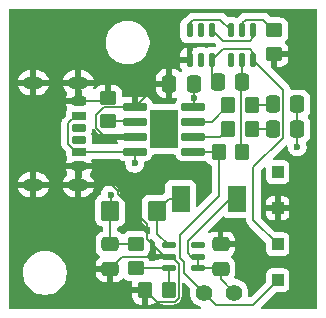
<source format=gbr>
%TF.GenerationSoftware,KiCad,Pcbnew,9.0.3*%
%TF.CreationDate,2025-11-25T19:37:03-05:00*%
%TF.ProjectId,Wren,5772656e-2e6b-4696-9361-645f70636258,rev?*%
%TF.SameCoordinates,Original*%
%TF.FileFunction,Copper,L1,Top*%
%TF.FilePolarity,Positive*%
%FSLAX46Y46*%
G04 Gerber Fmt 4.6, Leading zero omitted, Abs format (unit mm)*
G04 Created by KiCad (PCBNEW 9.0.3) date 2025-11-25 19:37:03*
%MOMM*%
%LPD*%
G01*
G04 APERTURE LIST*
G04 Aperture macros list*
%AMRoundRect*
0 Rectangle with rounded corners*
0 $1 Rounding radius*
0 $2 $3 $4 $5 $6 $7 $8 $9 X,Y pos of 4 corners*
0 Add a 4 corners polygon primitive as box body*
4,1,4,$2,$3,$4,$5,$6,$7,$8,$9,$2,$3,0*
0 Add four circle primitives for the rounded corners*
1,1,$1+$1,$2,$3*
1,1,$1+$1,$4,$5*
1,1,$1+$1,$6,$7*
1,1,$1+$1,$8,$9*
0 Add four rect primitives between the rounded corners*
20,1,$1+$1,$2,$3,$4,$5,0*
20,1,$1+$1,$4,$5,$6,$7,0*
20,1,$1+$1,$6,$7,$8,$9,0*
20,1,$1+$1,$8,$9,$2,$3,0*%
G04 Aperture macros list end*
%TA.AperFunction,SMDPad,CuDef*%
%ADD10RoundRect,0.075000X-0.910000X-0.225000X0.910000X-0.225000X0.910000X0.225000X-0.910000X0.225000X0*%
%TD*%
%TA.AperFunction,SMDPad,CuDef*%
%ADD11R,2.413000X3.302000*%
%TD*%
%TA.AperFunction,SMDPad,CuDef*%
%ADD12RoundRect,0.143397X-0.616603X-0.696603X0.616603X-0.696603X0.616603X0.696603X-0.616603X0.696603X0*%
%TD*%
%TA.AperFunction,SMDPad,CuDef*%
%ADD13RoundRect,0.250000X0.337500X0.475000X-0.337500X0.475000X-0.337500X-0.475000X0.337500X-0.475000X0*%
%TD*%
%TA.AperFunction,SMDPad,CuDef*%
%ADD14RoundRect,0.250000X-0.475000X0.337500X-0.475000X-0.337500X0.475000X-0.337500X0.475000X0.337500X0*%
%TD*%
%TA.AperFunction,SMDPad,CuDef*%
%ADD15RoundRect,0.175000X-0.425000X0.175000X-0.425000X-0.175000X0.425000X-0.175000X0.425000X0.175000X0*%
%TD*%
%TA.AperFunction,SMDPad,CuDef*%
%ADD16RoundRect,0.190000X0.410000X-0.190000X0.410000X0.190000X-0.410000X0.190000X-0.410000X-0.190000X0*%
%TD*%
%TA.AperFunction,SMDPad,CuDef*%
%ADD17RoundRect,0.200000X0.400000X-0.200000X0.400000X0.200000X-0.400000X0.200000X-0.400000X-0.200000X0*%
%TD*%
%TA.AperFunction,SMDPad,CuDef*%
%ADD18RoundRect,0.175000X0.425000X-0.175000X0.425000X0.175000X-0.425000X0.175000X-0.425000X-0.175000X0*%
%TD*%
%TA.AperFunction,SMDPad,CuDef*%
%ADD19RoundRect,0.190000X-0.410000X0.190000X-0.410000X-0.190000X0.410000X-0.190000X0.410000X0.190000X0*%
%TD*%
%TA.AperFunction,SMDPad,CuDef*%
%ADD20RoundRect,0.200000X-0.400000X0.200000X-0.400000X-0.200000X0.400000X-0.200000X0.400000X0.200000X0*%
%TD*%
%TA.AperFunction,HeatsinkPad*%
%ADD21O,1.700000X1.100000*%
%TD*%
%TA.AperFunction,SMDPad,CuDef*%
%ADD22RoundRect,0.250000X-0.337500X-0.475000X0.337500X-0.475000X0.337500X0.475000X-0.337500X0.475000X0*%
%TD*%
%TA.AperFunction,SMDPad,CuDef*%
%ADD23RoundRect,0.147500X-0.457500X-0.147500X0.457500X-0.147500X0.457500X0.147500X-0.457500X0.147500X0*%
%TD*%
%TA.AperFunction,SMDPad,CuDef*%
%ADD24RoundRect,0.250000X0.350000X0.450000X-0.350000X0.450000X-0.350000X-0.450000X0.350000X-0.450000X0*%
%TD*%
%TA.AperFunction,SMDPad,CuDef*%
%ADD25RoundRect,0.147500X0.147500X-0.457500X0.147500X0.457500X-0.147500X0.457500X-0.147500X-0.457500X0*%
%TD*%
%TA.AperFunction,SMDPad,CuDef*%
%ADD26RoundRect,0.250000X-0.350000X-0.450000X0.350000X-0.450000X0.350000X0.450000X-0.350000X0.450000X0*%
%TD*%
%TA.AperFunction,SMDPad,CuDef*%
%ADD27RoundRect,0.250000X-0.450000X0.350000X-0.450000X-0.350000X0.450000X-0.350000X0.450000X0.350000X0*%
%TD*%
%TA.AperFunction,SMDPad,CuDef*%
%ADD28R,1.600000X2.200000*%
%TD*%
%TA.AperFunction,SMDPad,CuDef*%
%ADD29RoundRect,0.250000X0.475000X-0.337500X0.475000X0.337500X-0.475000X0.337500X-0.475000X-0.337500X0*%
%TD*%
%TA.AperFunction,ComponentPad*%
%ADD30R,1.000000X1.000000*%
%TD*%
%TA.AperFunction,SMDPad,CuDef*%
%ADD31RoundRect,0.250000X0.450000X-0.350000X0.450000X0.350000X-0.450000X0.350000X-0.450000X-0.350000X0*%
%TD*%
%TA.AperFunction,SMDPad,CuDef*%
%ADD32RoundRect,0.147500X-0.147500X0.457500X-0.147500X-0.457500X0.147500X-0.457500X0.147500X0.457500X0*%
%TD*%
%TA.AperFunction,ComponentPad*%
%ADD33C,1.400000*%
%TD*%
%TA.AperFunction,ViaPad*%
%ADD34C,0.600000*%
%TD*%
%TA.AperFunction,Conductor*%
%ADD35C,0.200000*%
%TD*%
G04 APERTURE END LIST*
D10*
%TO.P,U8,1,TEMP*%
%TO.N,GND*%
X96850000Y-174190000D03*
%TO.P,U8,2,PROG*%
%TO.N,Net-(U8-PROG)*%
X96850000Y-175460000D03*
%TO.P,U8,3,GND*%
%TO.N,GND*%
X96850000Y-176730000D03*
%TO.P,U8,4,VCC*%
%TO.N,Net-(D145-A)*%
X96850000Y-178000000D03*
%TO.P,U8,5,BAT*%
%TO.N,Net-(J12-Pin_1)*%
X101800000Y-178000000D03*
%TO.P,U8,6,STDBY#*%
%TO.N,Net-(U8-STDBY#)*%
X101800000Y-176730000D03*
%TO.P,U8,7,CHRG#*%
%TO.N,Net-(U8-CHRG#)*%
X101800000Y-175460000D03*
%TO.P,U8,8,CE*%
%TO.N,Net-(D145-A)*%
X101800000Y-174190000D03*
D11*
%TO.P,U8,9,EP*%
%TO.N,unconnected-(U8-EP-Pad9)*%
X99325000Y-176095000D03*
%TD*%
D12*
%TO.P,D144,1,K*%
%TO.N,Net-(D144-K)*%
X94785000Y-183000000D03*
%TO.P,D144,2,A*%
%TO.N,Net-(D144-A)*%
X98715000Y-183000000D03*
%TD*%
D13*
%TO.P,C77,1*%
%TO.N,Net-(D145-A)*%
X101837500Y-172250000D03*
%TO.P,C77,2*%
%TO.N,GND*%
X99762500Y-172250000D03*
%TD*%
D14*
%TO.P,C76,1*%
%TO.N,GND*%
X104115000Y-185862500D03*
%TO.P,C76,2*%
%TO.N,Net-(U6-EN)*%
X104115000Y-187937500D03*
%TD*%
D15*
%TO.P,J13,A5,CC1*%
%TO.N,unconnected-(J13-CC1-PadA5)*%
X92130000Y-175980000D03*
D16*
%TO.P,J13,A9,VBUS*%
%TO.N,Net-(D145-A)*%
X92130000Y-178000000D03*
D17*
%TO.P,J13,A12,GND*%
%TO.N,GND*%
X92130000Y-179230000D03*
D18*
%TO.P,J13,B5,CC2*%
%TO.N,unconnected-(J13-CC2-PadB5)*%
X92130000Y-176980000D03*
D19*
%TO.P,J13,B9,VBUS*%
%TO.N,Net-(D145-A)*%
X92130000Y-174960000D03*
D20*
%TO.P,J13,B12,GND*%
%TO.N,GND*%
X92130000Y-173730000D03*
D21*
%TO.P,J13,S1,SHIELD*%
X92050000Y-172160000D03*
X88250000Y-172160000D03*
X92050000Y-180800000D03*
X88250000Y-180800000D03*
%TD*%
D22*
%TO.P,D146,1,K*%
%TO.N,Net-(D146-K)*%
X108550000Y-176100000D03*
%TO.P,D146,2,A*%
%TO.N,Net-(D145-A)*%
X110625000Y-176100000D03*
%TD*%
%TO.P,C78,1*%
%TO.N,Net-(J14-Pin_1)*%
X103862500Y-172091500D03*
%TO.P,C78,2*%
%TO.N,Net-(U7-VCC)*%
X105937500Y-172091500D03*
%TD*%
D23*
%TO.P,U6,1,SW*%
%TO.N,Net-(D144-A)*%
X99713500Y-185950000D03*
%TO.P,U6,2,GND*%
%TO.N,GND*%
X99713500Y-186900000D03*
%TO.P,U6,3,FB*%
%TO.N,Net-(U6-FB)*%
X99713500Y-187850000D03*
%TO.P,U6,4,EN*%
%TO.N,Net-(U6-EN)*%
X102223500Y-187850000D03*
%TO.P,U6,5,IN*%
X102223500Y-186900000D03*
%TO.P,U6,6,NC*%
%TO.N,unconnected-(U6-NC-Pad6)*%
X102223500Y-185950000D03*
%TD*%
D24*
%TO.P,R9,1*%
%TO.N,Net-(U6-FB)*%
X99715000Y-189750000D03*
%TO.P,R9,2*%
%TO.N,GND*%
X97715000Y-189750000D03*
%TD*%
D25*
%TO.P,Q2,1,S1*%
%TO.N,GND*%
X101500000Y-170250000D03*
%TO.P,Q2,2,D12*%
%TO.N,unconnected-(Q2-D12-Pad2)*%
X102450000Y-170250000D03*
%TO.P,Q2,3,S2*%
%TO.N,Net-(J14-Pin_1)*%
X103400000Y-170250000D03*
%TO.P,Q2,4,G2*%
%TO.N,Net-(Q2-G2)*%
X103400000Y-167740000D03*
%TO.P,Q2,5,D12*%
%TO.N,unconnected-(Q2-D12-Pad5)*%
X102450000Y-167740000D03*
%TO.P,Q2,6,G1*%
%TO.N,Net-(Q2-G1)*%
X101500000Y-167740000D03*
%TD*%
D26*
%TO.P,R11,1*%
%TO.N,Net-(U8-CHRG#)*%
X104762500Y-174050000D03*
%TO.P,R11,2*%
%TO.N,Net-(D145-K)*%
X106762500Y-174050000D03*
%TD*%
D27*
%TO.P,R8,1*%
%TO.N,Net-(D144-K)*%
X96915000Y-185850000D03*
%TO.P,R8,2*%
%TO.N,Net-(U6-FB)*%
X96915000Y-187850000D03*
%TD*%
D28*
%TO.P,L2,1*%
%TO.N,Net-(U6-EN)*%
X105525000Y-182000000D03*
%TO.P,L2,2*%
%TO.N,Net-(D144-A)*%
X100725000Y-182000000D03*
%TD*%
D29*
%TO.P,C75,1*%
%TO.N,GND*%
X94765000Y-187937500D03*
%TO.P,C75,2*%
%TO.N,Net-(D144-K)*%
X94765000Y-185862500D03*
%TD*%
D26*
%TO.P,R13,1*%
%TO.N,Net-(U8-STDBY#)*%
X104762500Y-176050000D03*
%TO.P,R13,2*%
%TO.N,Net-(D146-K)*%
X106762500Y-176050000D03*
%TD*%
D30*
%TO.P,J11,1,Pin_1*%
%TO.N,GND*%
X108950000Y-182800000D03*
%TD*%
D27*
%TO.P,R12,1*%
%TO.N,Net-(U7-CS)*%
X108650000Y-167741500D03*
%TO.P,R12,2*%
%TO.N,GND*%
X108650000Y-169741500D03*
%TD*%
D31*
%TO.P,R14,1*%
%TO.N,Net-(U8-PROG)*%
X94600000Y-175450000D03*
%TO.P,R14,2*%
%TO.N,GND*%
X94600000Y-173450000D03*
%TD*%
D26*
%TO.P,R10,1*%
%TO.N,Net-(J12-Pin_1)*%
X103950000Y-178000000D03*
%TO.P,R10,2*%
%TO.N,Net-(U7-VCC)*%
X105950000Y-178000000D03*
%TD*%
D30*
%TO.P,J10,1,Pin_1*%
%TO.N,Net-(D144-K)*%
X108950000Y-179750000D03*
%TD*%
%TO.P,J12,1,Pin_1*%
%TO.N,Net-(J12-Pin_1)*%
X108950000Y-188900000D03*
%TD*%
D32*
%TO.P,U7,1,OD*%
%TO.N,Net-(Q2-G2)*%
X106900000Y-167733000D03*
%TO.P,U7,2,CS*%
%TO.N,Net-(U7-CS)*%
X105950000Y-167733000D03*
%TO.P,U7,3,OC*%
%TO.N,Net-(Q2-G1)*%
X105000000Y-167733000D03*
%TO.P,U7,4,TD*%
%TO.N,unconnected-(U7-TD-Pad4)*%
X105000000Y-170243000D03*
%TO.P,U7,5,VCC*%
%TO.N,Net-(U7-VCC)*%
X105950000Y-170243000D03*
%TO.P,U7,6,GND*%
%TO.N,Net-(J14-Pin_1)*%
X106900000Y-170243000D03*
%TD*%
D22*
%TO.P,D145,1,K*%
%TO.N,Net-(D145-K)*%
X108550000Y-174000000D03*
%TO.P,D145,2,A*%
%TO.N,Net-(D145-A)*%
X110625000Y-174000000D03*
%TD*%
D33*
%TO.P,TP2,2,2*%
%TO.N,Net-(U6-EN)*%
X105250000Y-189950000D03*
%TO.P,TP2,1,1*%
%TO.N,Net-(J12-Pin_1)*%
X102710000Y-189950000D03*
%TD*%
D30*
%TO.P,J14,1,Pin_1*%
%TO.N,Net-(J14-Pin_1)*%
X108950000Y-185850000D03*
%TD*%
D34*
%TO.N,Net-(D145-A)*%
X110600000Y-177600000D03*
%TO.N,Net-(D144-K)*%
X94800000Y-181650000D03*
%TO.N,Net-(D145-A)*%
X101850000Y-173450000D03*
X96850000Y-179000000D03*
%TD*%
D35*
%TO.N,Net-(U6-EN)*%
X102223500Y-187850000D02*
X104027500Y-187850000D01*
%TO.N,GND*%
X94320000Y-173730000D02*
X94600000Y-173450000D01*
%TO.N,Net-(J14-Pin_1)*%
X109438500Y-172781500D02*
X109438500Y-176810160D01*
X106900000Y-183800000D02*
X108950000Y-185850000D01*
%TO.N,Net-(D144-A)*%
X100725000Y-182000000D02*
X99715000Y-182000000D01*
%TO.N,Net-(U6-EN)*%
X104027500Y-187850000D02*
X104115000Y-187937500D01*
%TO.N,Net-(J12-Pin_1)*%
X102710000Y-189950000D02*
X101020500Y-188260500D01*
X101020500Y-187346538D02*
X100650000Y-186976038D01*
%TO.N,GND*%
X92130000Y-173730000D02*
X94320000Y-173730000D01*
%TO.N,Net-(J12-Pin_1)*%
X100650000Y-186976038D02*
X100650000Y-185064862D01*
X101020500Y-188260500D02*
X101020500Y-187346538D01*
X100650000Y-185064862D02*
X103950000Y-181764862D01*
%TO.N,Net-(U6-EN)*%
X101317500Y-185612638D02*
X104930138Y-182000000D01*
X102223500Y-186900000D02*
X101618501Y-186900000D01*
%TO.N,Net-(J12-Pin_1)*%
X103950000Y-181764862D02*
X103950000Y-178000000D01*
%TO.N,GND*%
X97910348Y-185390210D02*
X97910348Y-184141000D01*
%TO.N,Net-(U7-VCC)*%
X105950000Y-172079000D02*
X105937500Y-172091500D01*
%TO.N,Net-(D146-K)*%
X106762500Y-176050000D02*
X108500000Y-176050000D01*
%TO.N,Net-(U6-EN)*%
X102223500Y-187850000D02*
X102223500Y-186900000D01*
%TO.N,Net-(J14-Pin_1)*%
X104313000Y-169337000D02*
X103400000Y-170250000D01*
%TO.N,Net-(U7-VCC)*%
X105861500Y-172167500D02*
X105861500Y-177911500D01*
%TO.N,GND*%
X93599000Y-176035160D02*
X93599000Y-174864840D01*
%TO.N,Net-(J12-Pin_1)*%
X106899000Y-190951000D02*
X103711000Y-190951000D01*
%TO.N,Net-(J14-Pin_1)*%
X106900000Y-170243000D02*
X109438500Y-172781500D01*
%TO.N,Net-(D144-A)*%
X99715000Y-182000000D02*
X98715000Y-183000000D01*
%TO.N,GND*%
X94273840Y-174190000D02*
X96850000Y-174190000D01*
%TO.N,Net-(U6-EN)*%
X101317500Y-186598999D02*
X101317500Y-185612638D01*
%TO.N,Net-(Q2-G1)*%
X101500000Y-167135001D02*
X101801001Y-166834000D01*
%TO.N,Net-(U6-EN)*%
X105250000Y-189950000D02*
X104115000Y-188815000D01*
%TO.N,Net-(U7-CS)*%
X107735500Y-166827000D02*
X108650000Y-167741500D01*
%TO.N,Net-(U8-PROG)*%
X96840000Y-175450000D02*
X96850000Y-175460000D01*
%TO.N,GND*%
X100619500Y-187512638D02*
X100619500Y-190431660D01*
%TO.N,Net-(D145-A)*%
X92130000Y-178000000D02*
X96850000Y-178000000D01*
%TO.N,Net-(U8-STDBY#)*%
X104762500Y-176050000D02*
X104082500Y-176730000D01*
%TO.N,Net-(U6-FB)*%
X99713500Y-189748500D02*
X99715000Y-189750000D01*
%TO.N,Net-(U6-EN)*%
X104930138Y-182000000D02*
X105525000Y-182000000D01*
%TO.N,GND*%
X99713500Y-186900000D02*
X100006862Y-186900000D01*
%TO.N,Net-(D145-A)*%
X101837500Y-173437500D02*
X101850000Y-173450000D01*
%TO.N,Net-(D146-K)*%
X108500000Y-176050000D02*
X108550000Y-176100000D01*
%TO.N,Net-(U6-EN)*%
X101618501Y-186900000D02*
X101317500Y-186598999D01*
%TO.N,GND*%
X95401000Y-181301000D02*
X94900000Y-180800000D01*
%TO.N,Net-(Q2-G1)*%
X101500000Y-167740000D02*
X101500000Y-167135001D01*
%TO.N,GND*%
X100300160Y-190751000D02*
X98716000Y-190751000D01*
%TO.N,Net-(D145-K)*%
X108500000Y-174050000D02*
X108550000Y-174000000D01*
%TO.N,Net-(J14-Pin_1)*%
X106598999Y-169337000D02*
X104313000Y-169337000D01*
%TO.N,Net-(Q2-G1)*%
X104101000Y-166834000D02*
X105000000Y-167733000D01*
%TO.N,Net-(J14-Pin_1)*%
X109438500Y-176810160D02*
X106900000Y-179348660D01*
%TO.N,Net-(D145-A)*%
X92130000Y-174960000D02*
X91871986Y-174960000D01*
%TO.N,GND*%
X96850000Y-176730000D02*
X94293840Y-176730000D01*
X94900000Y-180800000D02*
X92050000Y-180800000D01*
%TO.N,Net-(Q2-G2)*%
X106900000Y-167733000D02*
X106900000Y-168337999D01*
%TO.N,GND*%
X99713500Y-186900000D02*
X95802500Y-186900000D01*
X98790000Y-172250000D02*
X99762500Y-172250000D01*
X97910348Y-184141000D02*
X95401000Y-181631652D01*
%TO.N,Net-(U6-FB)*%
X96915000Y-187850000D02*
X99713500Y-187850000D01*
%TO.N,GND*%
X95802500Y-186900000D02*
X94765000Y-187937500D01*
X96850000Y-174190000D02*
X98790000Y-172250000D01*
%TO.N,Net-(D145-A)*%
X91871986Y-178000000D02*
X92130000Y-178000000D01*
X91871986Y-174960000D02*
X91229000Y-175602986D01*
%TO.N,Net-(U6-EN)*%
X104115000Y-188815000D02*
X104115000Y-187937500D01*
%TO.N,GND*%
X95401000Y-181631652D02*
X95401000Y-181301000D01*
X93599000Y-174864840D02*
X94273840Y-174190000D01*
X99420138Y-186900000D02*
X97910348Y-185390210D01*
X100006862Y-186900000D02*
X100619500Y-187512638D01*
X94293840Y-176730000D02*
X93599000Y-176035160D01*
X100619500Y-190431660D02*
X100300160Y-190751000D01*
%TO.N,Net-(U6-FB)*%
X99713500Y-187850000D02*
X99713500Y-189748500D01*
%TO.N,Net-(D144-K)*%
X96902500Y-185862500D02*
X96915000Y-185850000D01*
X94800000Y-181650000D02*
X94800000Y-182985000D01*
X94785000Y-185842500D02*
X94765000Y-185862500D01*
X94800000Y-182985000D02*
X94785000Y-183000000D01*
%TO.N,Net-(J12-Pin_1)*%
X103711000Y-190951000D02*
X102710000Y-189950000D01*
%TO.N,Net-(D144-K)*%
X94765000Y-185862500D02*
X96902500Y-185862500D01*
%TO.N,Net-(D145-A)*%
X91229000Y-177357014D02*
X91871986Y-178000000D01*
%TO.N,Net-(D144-K)*%
X94785000Y-183000000D02*
X94785000Y-185842500D01*
%TO.N,GND*%
X98716000Y-190751000D02*
X97715000Y-189750000D01*
%TO.N,Net-(U7-CS)*%
X105950000Y-167128001D02*
X106251001Y-166827000D01*
%TO.N,Net-(J12-Pin_1)*%
X108950000Y-188900000D02*
X106899000Y-190951000D01*
X101800000Y-178000000D02*
X103950000Y-178000000D01*
%TO.N,GND*%
X99713500Y-186900000D02*
X99420138Y-186900000D01*
%TO.N,Net-(D145-A)*%
X110625000Y-176100000D02*
X110625000Y-177575000D01*
X101850000Y-173450000D02*
X101850000Y-174140000D01*
X110625000Y-177575000D02*
X110600000Y-177600000D01*
X96850000Y-178000000D02*
X96850000Y-179000000D01*
X110625000Y-174000000D02*
X110625000Y-176100000D01*
X91229000Y-175602986D02*
X91229000Y-177357014D01*
X101837500Y-172250000D02*
X101837500Y-173437500D01*
X101850000Y-174140000D02*
X101800000Y-174190000D01*
%TO.N,Net-(J14-Pin_1)*%
X106900000Y-179348660D02*
X106900000Y-183800000D01*
X103400000Y-171629000D02*
X103862500Y-172091500D01*
X103400000Y-170250000D02*
X103400000Y-171629000D01*
%TO.N,Net-(U8-CHRG#)*%
X103352500Y-175460000D02*
X101800000Y-175460000D01*
%TO.N,Net-(J14-Pin_1)*%
X106900000Y-170243000D02*
X106900000Y-169638001D01*
X106900000Y-169638001D02*
X106598999Y-169337000D01*
%TO.N,Net-(U7-VCC)*%
X105937500Y-172091500D02*
X105861500Y-172167500D01*
X105950000Y-170243000D02*
X105950000Y-172079000D01*
X105861500Y-177911500D02*
X105950000Y-178000000D01*
%TO.N,Net-(D144-A)*%
X98715000Y-184951500D02*
X99713500Y-185950000D01*
X98715000Y-183000000D02*
X98715000Y-184951500D01*
%TO.N,Net-(D145-K)*%
X106762500Y-174050000D02*
X108500000Y-174050000D01*
%TO.N,Net-(Q2-G2)*%
X104299000Y-168639000D02*
X103400000Y-167740000D01*
X106900000Y-168337999D02*
X106598999Y-168639000D01*
X106598999Y-168639000D02*
X104299000Y-168639000D01*
%TO.N,Net-(Q2-G1)*%
X101801001Y-166834000D02*
X104101000Y-166834000D01*
%TO.N,Net-(U8-CHRG#)*%
X104762500Y-174050000D02*
X103352500Y-175460000D01*
%TO.N,Net-(U7-CS)*%
X105950000Y-167733000D02*
X105950000Y-167128001D01*
X106251001Y-166827000D02*
X107735500Y-166827000D01*
%TO.N,Net-(U8-STDBY#)*%
X104082500Y-176730000D02*
X101800000Y-176730000D01*
%TO.N,Net-(U8-PROG)*%
X94600000Y-175450000D02*
X96840000Y-175450000D01*
%TD*%
%TA.AperFunction,Conductor*%
%TO.N,GND*%
G36*
X112242539Y-165920185D02*
G01*
X112288294Y-165972989D01*
X112299500Y-166024500D01*
X112299500Y-191225500D01*
X112279815Y-191292539D01*
X112227011Y-191338294D01*
X112175500Y-191349500D01*
X107649096Y-191349500D01*
X107582057Y-191329815D01*
X107536302Y-191277011D01*
X107526358Y-191207853D01*
X107555383Y-191144297D01*
X107561415Y-191137819D01*
X108762416Y-189936818D01*
X108823739Y-189903333D01*
X108850097Y-189900499D01*
X109497871Y-189900499D01*
X109497872Y-189900499D01*
X109557483Y-189894091D01*
X109692331Y-189843796D01*
X109807546Y-189757546D01*
X109893796Y-189642331D01*
X109944091Y-189507483D01*
X109950500Y-189447873D01*
X109950499Y-188352128D01*
X109944091Y-188292517D01*
X109928236Y-188250008D01*
X109893797Y-188157671D01*
X109893793Y-188157664D01*
X109807547Y-188042455D01*
X109807544Y-188042452D01*
X109692335Y-187956206D01*
X109692328Y-187956202D01*
X109557482Y-187905908D01*
X109557483Y-187905908D01*
X109497883Y-187899501D01*
X109497881Y-187899500D01*
X109497873Y-187899500D01*
X109497864Y-187899500D01*
X108402129Y-187899500D01*
X108402123Y-187899501D01*
X108342516Y-187905908D01*
X108207671Y-187956202D01*
X108207664Y-187956206D01*
X108092455Y-188042452D01*
X108092452Y-188042455D01*
X108006206Y-188157664D01*
X108006202Y-188157671D01*
X107955908Y-188292517D01*
X107949501Y-188352116D01*
X107949501Y-188352123D01*
X107949500Y-188352135D01*
X107949500Y-188999902D01*
X107929815Y-189066941D01*
X107913181Y-189087583D01*
X106686584Y-190314181D01*
X106659656Y-190328884D01*
X106633838Y-190345477D01*
X106627637Y-190346368D01*
X106625261Y-190347666D01*
X106598903Y-190350500D01*
X106547217Y-190350500D01*
X106480178Y-190330815D01*
X106434423Y-190278011D01*
X106424479Y-190208853D01*
X106424744Y-190207102D01*
X106450500Y-190044486D01*
X106450500Y-189855513D01*
X106420940Y-189668881D01*
X106389620Y-189572489D01*
X106362547Y-189489168D01*
X106362545Y-189489165D01*
X106362545Y-189489163D01*
X106276759Y-189320800D01*
X106165690Y-189167927D01*
X106032073Y-189034310D01*
X105879199Y-188923240D01*
X105710836Y-188837454D01*
X105531119Y-188779060D01*
X105373679Y-188754123D01*
X105310545Y-188724193D01*
X105273614Y-188664882D01*
X105274612Y-188595019D01*
X105275324Y-188592794D01*
X105329999Y-188427797D01*
X105340500Y-188325009D01*
X105340499Y-187549992D01*
X105329999Y-187447203D01*
X105274814Y-187280666D01*
X105182712Y-187131344D01*
X105058656Y-187007288D01*
X105055342Y-187005243D01*
X105053546Y-187003248D01*
X105052989Y-187002807D01*
X105053064Y-187002711D01*
X105008618Y-186953297D01*
X104997397Y-186884334D01*
X105025240Y-186820252D01*
X105055348Y-186794165D01*
X105058342Y-186792318D01*
X105182315Y-186668345D01*
X105274356Y-186519124D01*
X105274358Y-186519119D01*
X105329505Y-186352697D01*
X105329506Y-186352690D01*
X105339999Y-186249986D01*
X105340000Y-186249973D01*
X105340000Y-186112500D01*
X104239000Y-186112500D01*
X104171961Y-186092815D01*
X104126206Y-186040011D01*
X104115000Y-185988500D01*
X104115000Y-185862500D01*
X103989000Y-185862500D01*
X103921961Y-185842815D01*
X103876206Y-185790011D01*
X103865000Y-185738500D01*
X103865000Y-185612500D01*
X104365000Y-185612500D01*
X105339999Y-185612500D01*
X105339999Y-185475028D01*
X105339998Y-185475013D01*
X105329505Y-185372302D01*
X105274358Y-185205880D01*
X105274356Y-185205875D01*
X105182315Y-185056654D01*
X105058345Y-184932684D01*
X104909124Y-184840643D01*
X104909119Y-184840641D01*
X104742697Y-184785494D01*
X104742690Y-184785493D01*
X104639986Y-184775000D01*
X104365000Y-184775000D01*
X104365000Y-185612500D01*
X103865000Y-185612500D01*
X103865000Y-184775000D01*
X103590029Y-184775000D01*
X103590012Y-184775001D01*
X103487302Y-184785494D01*
X103320880Y-184840641D01*
X103320871Y-184840645D01*
X103226539Y-184898830D01*
X103159147Y-184917270D01*
X103092483Y-184896347D01*
X103047714Y-184842705D01*
X103039053Y-184773374D01*
X103069250Y-184710367D01*
X103073748Y-184705624D01*
X104265385Y-183513986D01*
X104326706Y-183480503D01*
X104396398Y-183485487D01*
X104427372Y-183502401D01*
X104480385Y-183542086D01*
X104482668Y-183543795D01*
X104482671Y-183543797D01*
X104617517Y-183594091D01*
X104617516Y-183594091D01*
X104624444Y-183594835D01*
X104677127Y-183600500D01*
X106175499Y-183600499D01*
X106242538Y-183620184D01*
X106288293Y-183672987D01*
X106299499Y-183724499D01*
X106299499Y-183879054D01*
X106299498Y-183879054D01*
X106340423Y-184031785D01*
X106369358Y-184081900D01*
X106369359Y-184081904D01*
X106369360Y-184081904D01*
X106419479Y-184168714D01*
X106419481Y-184168717D01*
X106538349Y-184287585D01*
X106538355Y-184287590D01*
X107913181Y-185662417D01*
X107946666Y-185723740D01*
X107949500Y-185750098D01*
X107949500Y-186397870D01*
X107949501Y-186397876D01*
X107955908Y-186457483D01*
X108006202Y-186592328D01*
X108006206Y-186592335D01*
X108092452Y-186707544D01*
X108092455Y-186707547D01*
X108207664Y-186793793D01*
X108207671Y-186793797D01*
X108342517Y-186844091D01*
X108342516Y-186844091D01*
X108349444Y-186844835D01*
X108402127Y-186850500D01*
X109497872Y-186850499D01*
X109557483Y-186844091D01*
X109692331Y-186793796D01*
X109807546Y-186707546D01*
X109893796Y-186592331D01*
X109944091Y-186457483D01*
X109950500Y-186397873D01*
X109950499Y-185302128D01*
X109944091Y-185242517D01*
X109930426Y-185205880D01*
X109893797Y-185107671D01*
X109893793Y-185107664D01*
X109807547Y-184992455D01*
X109807544Y-184992452D01*
X109692335Y-184906206D01*
X109692328Y-184906202D01*
X109557482Y-184855908D01*
X109557483Y-184855908D01*
X109497883Y-184849501D01*
X109497881Y-184849500D01*
X109497873Y-184849500D01*
X109497865Y-184849500D01*
X108850098Y-184849500D01*
X108783059Y-184829815D01*
X108762417Y-184813181D01*
X107536819Y-183587583D01*
X107503334Y-183526260D01*
X107500500Y-183499902D01*
X107500500Y-183347844D01*
X107950000Y-183347844D01*
X107956401Y-183407372D01*
X107956403Y-183407379D01*
X108006645Y-183542086D01*
X108006649Y-183542093D01*
X108092809Y-183657187D01*
X108092812Y-183657190D01*
X108207906Y-183743350D01*
X108207913Y-183743354D01*
X108342620Y-183793596D01*
X108342627Y-183793598D01*
X108402155Y-183799999D01*
X108402172Y-183800000D01*
X108700000Y-183800000D01*
X109200000Y-183800000D01*
X109497828Y-183800000D01*
X109497844Y-183799999D01*
X109557372Y-183793598D01*
X109557379Y-183793596D01*
X109692086Y-183743354D01*
X109692093Y-183743350D01*
X109807187Y-183657190D01*
X109807190Y-183657187D01*
X109893350Y-183542093D01*
X109893354Y-183542086D01*
X109943596Y-183407379D01*
X109943598Y-183407372D01*
X109949999Y-183347844D01*
X109950000Y-183347827D01*
X109950000Y-183050000D01*
X109200000Y-183050000D01*
X109200000Y-183800000D01*
X108700000Y-183800000D01*
X108700000Y-183050000D01*
X107950000Y-183050000D01*
X107950000Y-183347844D01*
X107500500Y-183347844D01*
X107500500Y-182750272D01*
X108700000Y-182750272D01*
X108700000Y-182849728D01*
X108738060Y-182941614D01*
X108808386Y-183011940D01*
X108900272Y-183050000D01*
X108999728Y-183050000D01*
X109091614Y-183011940D01*
X109161940Y-182941614D01*
X109200000Y-182849728D01*
X109200000Y-182750272D01*
X109161940Y-182658386D01*
X109091614Y-182588060D01*
X108999728Y-182550000D01*
X109200000Y-182550000D01*
X109950000Y-182550000D01*
X109950000Y-182252172D01*
X109949999Y-182252155D01*
X109943598Y-182192627D01*
X109943596Y-182192620D01*
X109893354Y-182057913D01*
X109893350Y-182057906D01*
X109807190Y-181942812D01*
X109807187Y-181942809D01*
X109692093Y-181856649D01*
X109692086Y-181856645D01*
X109557379Y-181806403D01*
X109557372Y-181806401D01*
X109497844Y-181800000D01*
X109200000Y-181800000D01*
X109200000Y-182550000D01*
X108999728Y-182550000D01*
X108900272Y-182550000D01*
X108808386Y-182588060D01*
X108738060Y-182658386D01*
X108700000Y-182750272D01*
X107500500Y-182750272D01*
X107500500Y-182252155D01*
X107950000Y-182252155D01*
X107950000Y-182550000D01*
X108700000Y-182550000D01*
X108700000Y-181800000D01*
X108402155Y-181800000D01*
X108342627Y-181806401D01*
X108342620Y-181806403D01*
X108207913Y-181856645D01*
X108207906Y-181856649D01*
X108092812Y-181942809D01*
X108092809Y-181942812D01*
X108006649Y-182057906D01*
X108006645Y-182057913D01*
X107956403Y-182192620D01*
X107956401Y-182192627D01*
X107950000Y-182252155D01*
X107500500Y-182252155D01*
X107500500Y-179648756D01*
X107520185Y-179581717D01*
X107536815Y-179561079D01*
X107737820Y-179360074D01*
X107799142Y-179326590D01*
X107868834Y-179331574D01*
X107924767Y-179373446D01*
X107949184Y-179438910D01*
X107949500Y-179447756D01*
X107949500Y-180297870D01*
X107949501Y-180297876D01*
X107955908Y-180357483D01*
X108006202Y-180492328D01*
X108006206Y-180492335D01*
X108092452Y-180607544D01*
X108092455Y-180607547D01*
X108207664Y-180693793D01*
X108207671Y-180693797D01*
X108342517Y-180744091D01*
X108342516Y-180744091D01*
X108349444Y-180744835D01*
X108402127Y-180750500D01*
X109497872Y-180750499D01*
X109557483Y-180744091D01*
X109692331Y-180693796D01*
X109807546Y-180607546D01*
X109893796Y-180492331D01*
X109944091Y-180357483D01*
X109950500Y-180297873D01*
X109950499Y-179202128D01*
X109944091Y-179142517D01*
X109941217Y-179134812D01*
X109893797Y-179007671D01*
X109893793Y-179007664D01*
X109807547Y-178892455D01*
X109807544Y-178892452D01*
X109692335Y-178806206D01*
X109692328Y-178806202D01*
X109557482Y-178755908D01*
X109557483Y-178755908D01*
X109497883Y-178749501D01*
X109497881Y-178749500D01*
X109497873Y-178749500D01*
X109497865Y-178749500D01*
X108647755Y-178749500D01*
X108580716Y-178729815D01*
X108534961Y-178677011D01*
X108525017Y-178607853D01*
X108554042Y-178544297D01*
X108560060Y-178537833D01*
X109587819Y-177510075D01*
X109649142Y-177476590D01*
X109718834Y-177481574D01*
X109774767Y-177523446D01*
X109799184Y-177588910D01*
X109799500Y-177597756D01*
X109799500Y-177678846D01*
X109830261Y-177833489D01*
X109830264Y-177833501D01*
X109890602Y-177979172D01*
X109890609Y-177979185D01*
X109978210Y-178110288D01*
X109978213Y-178110292D01*
X110089707Y-178221786D01*
X110089711Y-178221789D01*
X110220814Y-178309390D01*
X110220827Y-178309397D01*
X110366498Y-178369735D01*
X110366503Y-178369737D01*
X110521153Y-178400499D01*
X110521156Y-178400500D01*
X110521158Y-178400500D01*
X110678844Y-178400500D01*
X110678845Y-178400499D01*
X110833497Y-178369737D01*
X110964720Y-178315383D01*
X110979172Y-178309397D01*
X110979172Y-178309396D01*
X110979179Y-178309394D01*
X111110289Y-178221789D01*
X111221789Y-178110289D01*
X111309394Y-177979179D01*
X111369737Y-177833497D01*
X111400500Y-177678842D01*
X111400500Y-177521158D01*
X111400500Y-177521155D01*
X111400499Y-177521153D01*
X111383574Y-177436068D01*
X111369737Y-177366503D01*
X111357058Y-177335895D01*
X111349590Y-177266426D01*
X111380865Y-177203947D01*
X111406518Y-177182908D01*
X111431156Y-177167712D01*
X111555212Y-177043656D01*
X111647314Y-176894334D01*
X111702499Y-176727797D01*
X111713000Y-176625009D01*
X111712999Y-175574992D01*
X111702499Y-175472203D01*
X111647314Y-175305666D01*
X111555212Y-175156344D01*
X111536549Y-175137681D01*
X111503064Y-175076358D01*
X111508048Y-175006666D01*
X111536549Y-174962319D01*
X111545618Y-174953250D01*
X111555212Y-174943656D01*
X111647314Y-174794334D01*
X111702499Y-174627797D01*
X111713000Y-174525009D01*
X111712999Y-173474992D01*
X111711702Y-173462300D01*
X111702499Y-173372203D01*
X111702498Y-173372200D01*
X111685305Y-173320315D01*
X111647314Y-173205666D01*
X111555212Y-173056344D01*
X111431156Y-172932288D01*
X111338388Y-172875069D01*
X111281836Y-172840187D01*
X111281831Y-172840185D01*
X111249088Y-172829335D01*
X111115297Y-172785001D01*
X111115295Y-172785000D01*
X111012510Y-172774500D01*
X110237498Y-172774500D01*
X110237478Y-172774502D01*
X110168126Y-172781586D01*
X110139588Y-172776280D01*
X110110667Y-172773829D01*
X110105653Y-172769972D01*
X110099434Y-172768816D01*
X110078293Y-172748923D01*
X110055290Y-172731226D01*
X110051863Y-172724053D01*
X110048550Y-172720935D01*
X110038784Y-172700029D01*
X110037072Y-172695248D01*
X110015974Y-172616508D01*
X109998077Y-172549715D01*
X109969139Y-172499595D01*
X109919020Y-172412784D01*
X109807216Y-172300980D01*
X109807215Y-172300979D01*
X109802885Y-172296649D01*
X109802874Y-172296639D01*
X108436319Y-170930084D01*
X108402834Y-170868761D01*
X108400000Y-170842403D01*
X108400000Y-170841499D01*
X108900000Y-170841499D01*
X109149972Y-170841499D01*
X109149986Y-170841498D01*
X109252697Y-170831005D01*
X109419119Y-170775858D01*
X109419124Y-170775856D01*
X109568345Y-170683815D01*
X109692315Y-170559845D01*
X109784356Y-170410624D01*
X109784358Y-170410619D01*
X109839505Y-170244197D01*
X109839506Y-170244190D01*
X109849999Y-170141486D01*
X109850000Y-170141473D01*
X109850000Y-169991500D01*
X108900000Y-169991500D01*
X108900000Y-170841499D01*
X108400000Y-170841499D01*
X108400000Y-169865500D01*
X108419685Y-169798461D01*
X108472489Y-169752706D01*
X108524000Y-169741500D01*
X108650000Y-169741500D01*
X108650000Y-169615500D01*
X108669685Y-169548461D01*
X108722489Y-169502706D01*
X108774000Y-169491500D01*
X109849999Y-169491500D01*
X109849999Y-169341528D01*
X109849998Y-169341513D01*
X109839505Y-169238802D01*
X109784358Y-169072380D01*
X109784356Y-169072375D01*
X109692315Y-168923154D01*
X109598695Y-168829534D01*
X109565210Y-168768211D01*
X109570194Y-168698519D01*
X109598691Y-168654176D01*
X109692712Y-168560156D01*
X109784814Y-168410834D01*
X109839999Y-168244297D01*
X109850500Y-168141509D01*
X109850499Y-167341492D01*
X109839999Y-167238703D01*
X109784814Y-167072166D01*
X109692712Y-166922844D01*
X109568656Y-166798788D01*
X109419334Y-166706686D01*
X109252797Y-166651501D01*
X109252795Y-166651500D01*
X109150016Y-166641000D01*
X109150009Y-166641000D01*
X108450097Y-166641000D01*
X108420656Y-166632355D01*
X108390670Y-166625832D01*
X108385654Y-166622077D01*
X108383058Y-166621315D01*
X108362416Y-166604681D01*
X108223090Y-166465355D01*
X108223088Y-166465352D01*
X108104217Y-166346481D01*
X108104216Y-166346480D01*
X108017404Y-166296360D01*
X108017404Y-166296359D01*
X108017400Y-166296358D01*
X107967285Y-166267423D01*
X107814557Y-166226499D01*
X107656443Y-166226499D01*
X107648847Y-166226499D01*
X107648831Y-166226500D01*
X106337671Y-166226500D01*
X106337655Y-166226499D01*
X106330059Y-166226499D01*
X106171944Y-166226499D01*
X106095580Y-166246961D01*
X106019215Y-166267423D01*
X106019210Y-166267426D01*
X105882291Y-166346475D01*
X105882283Y-166346481D01*
X105637584Y-166591181D01*
X105581285Y-166647480D01*
X105581284Y-166647481D01*
X105577265Y-166651500D01*
X105576731Y-166652034D01*
X105549058Y-166670840D01*
X105549806Y-166672104D01*
X105538109Y-166679020D01*
X105517914Y-166684141D01*
X105515404Y-166685512D01*
X105513148Y-166685350D01*
X105470384Y-166696196D01*
X105411882Y-166679016D01*
X105406898Y-166676069D01*
X105406896Y-166676068D01*
X105249679Y-166630391D01*
X105249673Y-166630390D01*
X105212947Y-166627500D01*
X105212940Y-166627500D01*
X104795097Y-166627500D01*
X104765656Y-166618855D01*
X104735670Y-166612332D01*
X104730654Y-166608577D01*
X104728058Y-166607815D01*
X104707416Y-166591181D01*
X104588590Y-166472355D01*
X104588588Y-166472352D01*
X104469717Y-166353481D01*
X104469716Y-166353480D01*
X104382904Y-166303360D01*
X104382904Y-166303359D01*
X104382900Y-166303358D01*
X104332785Y-166274423D01*
X104180057Y-166233499D01*
X104021943Y-166233499D01*
X104014347Y-166233499D01*
X104014331Y-166233500D01*
X101887671Y-166233500D01*
X101887655Y-166233499D01*
X101880059Y-166233499D01*
X101721944Y-166233499D01*
X101645580Y-166253961D01*
X101569215Y-166274423D01*
X101569210Y-166274426D01*
X101432291Y-166353475D01*
X101432283Y-166353481D01*
X101194584Y-166591181D01*
X101131285Y-166654480D01*
X101131284Y-166654481D01*
X101126731Y-166659034D01*
X101099069Y-166677833D01*
X101099817Y-166679098D01*
X100952183Y-166766408D01*
X100952174Y-166766414D01*
X100836414Y-166882174D01*
X100836408Y-166882182D01*
X100753068Y-167023104D01*
X100753066Y-167023107D01*
X100707391Y-167180320D01*
X100707390Y-167180326D01*
X100704500Y-167217052D01*
X100704500Y-168262947D01*
X100707390Y-168299673D01*
X100707391Y-168299679D01*
X100753066Y-168456892D01*
X100753068Y-168456895D01*
X100836408Y-168597817D01*
X100836414Y-168597825D01*
X100952174Y-168713585D01*
X100952178Y-168713588D01*
X100952180Y-168713590D01*
X101093103Y-168796931D01*
X101093104Y-168796931D01*
X101093107Y-168796933D01*
X101250320Y-168842608D01*
X101250323Y-168842608D01*
X101250325Y-168842609D01*
X101287060Y-168845500D01*
X101287068Y-168845500D01*
X101712932Y-168845500D01*
X101712940Y-168845500D01*
X101749675Y-168842609D01*
X101749677Y-168842608D01*
X101749679Y-168842608D01*
X101906892Y-168796933D01*
X101906893Y-168796932D01*
X101906897Y-168796931D01*
X101911877Y-168793985D01*
X101918558Y-168792290D01*
X101923782Y-168787788D01*
X101951990Y-168783806D01*
X101979600Y-168776801D01*
X101986138Y-168778987D01*
X101992966Y-168778024D01*
X102038122Y-168793985D01*
X102043103Y-168796931D01*
X102043104Y-168796931D01*
X102043107Y-168796933D01*
X102200320Y-168842608D01*
X102200323Y-168842608D01*
X102200325Y-168842609D01*
X102237060Y-168845500D01*
X102237068Y-168845500D01*
X102662932Y-168845500D01*
X102662940Y-168845500D01*
X102699675Y-168842609D01*
X102699677Y-168842608D01*
X102699679Y-168842608D01*
X102856892Y-168796933D01*
X102856893Y-168796932D01*
X102856897Y-168796931D01*
X102861877Y-168793985D01*
X102868401Y-168792330D01*
X102873489Y-168787922D01*
X102901836Y-168783846D01*
X102929600Y-168776801D01*
X102935984Y-168778935D01*
X102942647Y-168777978D01*
X102988122Y-168793985D01*
X102993103Y-168796931D01*
X102993104Y-168796931D01*
X102993107Y-168796933D01*
X103150320Y-168842608D01*
X103150323Y-168842608D01*
X103150325Y-168842609D01*
X103187060Y-168845500D01*
X103187068Y-168845500D01*
X103604903Y-168845500D01*
X103634343Y-168854144D01*
X103664330Y-168860668D01*
X103669345Y-168864422D01*
X103671942Y-168865185D01*
X103692584Y-168881819D01*
X103718083Y-168907318D01*
X103751568Y-168968641D01*
X103746584Y-169038333D01*
X103718083Y-169082680D01*
X103692582Y-169108181D01*
X103631259Y-169141666D01*
X103604901Y-169144500D01*
X103187052Y-169144500D01*
X103150326Y-169147390D01*
X103150320Y-169147391D01*
X102993103Y-169193068D01*
X102993102Y-169193068D01*
X102988113Y-169196019D01*
X102981592Y-169197672D01*
X102976511Y-169202076D01*
X102948157Y-169206152D01*
X102920388Y-169213196D01*
X102913414Y-169211148D01*
X102907353Y-169212020D01*
X102891093Y-169204594D01*
X102861887Y-169196019D01*
X102856896Y-169193068D01*
X102699679Y-169147391D01*
X102699673Y-169147390D01*
X102662947Y-169144500D01*
X102662940Y-169144500D01*
X102237060Y-169144500D01*
X102237052Y-169144500D01*
X102200326Y-169147390D01*
X102200320Y-169147391D01*
X102043104Y-169193067D01*
X102037627Y-169196307D01*
X102030946Y-169198001D01*
X102025727Y-169202501D01*
X101997512Y-169206482D01*
X101969902Y-169213487D01*
X101962754Y-169211388D01*
X101956543Y-169212265D01*
X101940292Y-169204792D01*
X101911388Y-169196305D01*
X101906700Y-169193532D01*
X101906691Y-169193529D01*
X101750001Y-169148005D01*
X101750000Y-169148006D01*
X101750000Y-169419824D01*
X101732733Y-169482944D01*
X101703067Y-169533106D01*
X101703066Y-169533107D01*
X101657391Y-169690320D01*
X101657390Y-169690326D01*
X101654500Y-169727052D01*
X101654500Y-170126000D01*
X101634815Y-170193039D01*
X101582011Y-170238794D01*
X101530500Y-170250000D01*
X101500000Y-170250000D01*
X101500000Y-170376000D01*
X101480315Y-170443039D01*
X101427511Y-170488794D01*
X101376000Y-170500000D01*
X100705001Y-170500000D01*
X100705001Y-170772897D01*
X100707889Y-170809597D01*
X100753529Y-170966692D01*
X100753531Y-170966697D01*
X100834522Y-171103646D01*
X100851705Y-171171370D01*
X100829545Y-171237633D01*
X100775079Y-171281396D01*
X100705599Y-171288765D01*
X100643164Y-171257401D01*
X100640109Y-171254448D01*
X100568345Y-171182684D01*
X100419124Y-171090643D01*
X100419119Y-171090641D01*
X100252697Y-171035494D01*
X100252690Y-171035493D01*
X100149986Y-171025000D01*
X100012500Y-171025000D01*
X100012500Y-173474999D01*
X100149972Y-173474999D01*
X100149986Y-173474998D01*
X100252695Y-173464506D01*
X100266533Y-173459920D01*
X100336361Y-173457515D01*
X100396405Y-173493243D01*
X100427601Y-173555762D01*
X100420044Y-173625222D01*
X100403920Y-173653108D01*
X100387304Y-173674762D01*
X100387300Y-173674769D01*
X100329313Y-173814763D01*
X100329313Y-173814765D01*
X100326559Y-173835685D01*
X100298293Y-173899581D01*
X100239969Y-173938053D01*
X100203620Y-173943500D01*
X98445876Y-173943500D01*
X98378837Y-173923815D01*
X98333082Y-173871011D01*
X98322937Y-173835686D01*
X98320199Y-173814895D01*
X98320198Y-173814891D01*
X98262263Y-173675021D01*
X98170094Y-173554905D01*
X98049978Y-173462736D01*
X97910108Y-173404801D01*
X97910104Y-173404800D01*
X97797697Y-173390000D01*
X97100000Y-173390000D01*
X97100000Y-174066000D01*
X97080315Y-174133039D01*
X97027511Y-174178794D01*
X96976000Y-174190000D01*
X96724000Y-174190000D01*
X96656961Y-174170315D01*
X96611206Y-174117511D01*
X96600000Y-174066000D01*
X96600000Y-173390000D01*
X95923999Y-173390000D01*
X95856960Y-173370315D01*
X95811205Y-173317511D01*
X95799999Y-173266000D01*
X95799999Y-173050028D01*
X95799998Y-173050013D01*
X95789505Y-172947302D01*
X95734358Y-172780880D01*
X95734356Y-172780875D01*
X95730724Y-172774986D01*
X98675001Y-172774986D01*
X98685494Y-172877697D01*
X98740641Y-173044119D01*
X98740643Y-173044124D01*
X98832684Y-173193345D01*
X98956654Y-173317315D01*
X99105875Y-173409356D01*
X99105880Y-173409358D01*
X99272302Y-173464505D01*
X99272309Y-173464506D01*
X99375019Y-173474999D01*
X99512499Y-173474999D01*
X99512500Y-173474998D01*
X99512500Y-172500000D01*
X98675001Y-172500000D01*
X98675001Y-172774986D01*
X95730724Y-172774986D01*
X95642315Y-172631654D01*
X95518345Y-172507684D01*
X95369124Y-172415643D01*
X95369119Y-172415641D01*
X95202697Y-172360494D01*
X95202690Y-172360493D01*
X95099986Y-172350000D01*
X94850000Y-172350000D01*
X94850000Y-173326000D01*
X94830315Y-173393039D01*
X94777511Y-173438794D01*
X94726000Y-173450000D01*
X94474000Y-173450000D01*
X94406961Y-173430315D01*
X94361206Y-173377511D01*
X94350000Y-173326000D01*
X94350000Y-172350000D01*
X94100029Y-172350000D01*
X94100012Y-172350001D01*
X93997302Y-172360494D01*
X93830880Y-172415641D01*
X93830875Y-172415643D01*
X93681654Y-172507684D01*
X93557683Y-172631655D01*
X93553202Y-172637323D01*
X93551996Y-172636369D01*
X93506287Y-172677481D01*
X93437324Y-172688701D01*
X93373243Y-172660856D01*
X93334389Y-172602786D01*
X93333098Y-172532928D01*
X93338139Y-172518205D01*
X93359648Y-172466276D01*
X93359649Y-172466274D01*
X93370843Y-172410000D01*
X92516988Y-172410000D01*
X92534205Y-172400060D01*
X92590060Y-172344205D01*
X92629556Y-172275796D01*
X92650000Y-172199496D01*
X92650000Y-172120504D01*
X92629556Y-172044204D01*
X92590060Y-171975795D01*
X92534205Y-171919940D01*
X92516988Y-171910000D01*
X93370843Y-171910000D01*
X93359649Y-171853725D01*
X93359648Y-171853723D01*
X93324686Y-171769317D01*
X93306335Y-171725013D01*
X98675000Y-171725013D01*
X98675000Y-172000000D01*
X99512500Y-172000000D01*
X99512500Y-171025000D01*
X99375027Y-171025000D01*
X99375012Y-171025001D01*
X99272302Y-171035494D01*
X99105880Y-171090641D01*
X99105875Y-171090643D01*
X98956654Y-171182684D01*
X98832684Y-171306654D01*
X98740643Y-171455875D01*
X98740641Y-171455880D01*
X98685494Y-171622302D01*
X98685493Y-171622309D01*
X98675000Y-171725013D01*
X93306335Y-171725013D01*
X93280499Y-171662640D01*
X93280494Y-171662631D01*
X93165589Y-171490664D01*
X93165586Y-171490660D01*
X93019339Y-171344413D01*
X93019335Y-171344410D01*
X92847368Y-171229505D01*
X92847358Y-171229500D01*
X92656274Y-171150350D01*
X92656266Y-171150348D01*
X92453420Y-171110000D01*
X92300000Y-171110000D01*
X92300000Y-171860000D01*
X91800000Y-171860000D01*
X91800000Y-171110000D01*
X91646579Y-171110000D01*
X91443733Y-171150348D01*
X91443725Y-171150350D01*
X91252641Y-171229500D01*
X91252631Y-171229505D01*
X91080664Y-171344410D01*
X91080660Y-171344413D01*
X90934413Y-171490660D01*
X90934410Y-171490664D01*
X90819505Y-171662631D01*
X90819500Y-171662641D01*
X90740351Y-171853723D01*
X90740350Y-171853725D01*
X90729157Y-171910000D01*
X91583012Y-171910000D01*
X91565795Y-171919940D01*
X91509940Y-171975795D01*
X91470444Y-172044204D01*
X91450000Y-172120504D01*
X91450000Y-172199496D01*
X91470444Y-172275796D01*
X91509940Y-172344205D01*
X91565795Y-172400060D01*
X91583012Y-172410000D01*
X90729157Y-172410000D01*
X90740350Y-172466274D01*
X90740351Y-172466276D01*
X90819500Y-172657358D01*
X90819505Y-172657368D01*
X90934410Y-172829335D01*
X90934413Y-172829339D01*
X91080659Y-172975585D01*
X91100741Y-172989003D01*
X91145547Y-173042615D01*
X91154256Y-173111940D01*
X91137969Y-173156256D01*
X91086982Y-173240599D01*
X91086980Y-173240603D01*
X91036409Y-173402893D01*
X91030000Y-173473427D01*
X91030000Y-173480000D01*
X91880000Y-173480000D01*
X91880000Y-173340000D01*
X91861709Y-173321709D01*
X91856961Y-173320315D01*
X91811206Y-173267511D01*
X91800000Y-173216000D01*
X91800000Y-172460000D01*
X92300000Y-172460000D01*
X92300000Y-172700000D01*
X92318290Y-172718290D01*
X92323039Y-172719685D01*
X92368794Y-172772489D01*
X92380000Y-172824000D01*
X92380000Y-173606000D01*
X92360315Y-173673039D01*
X92307511Y-173718794D01*
X92256000Y-173730000D01*
X92130000Y-173730000D01*
X92130000Y-173856000D01*
X92110315Y-173923039D01*
X92057511Y-173968794D01*
X92006000Y-173980000D01*
X91030001Y-173980000D01*
X91030001Y-173986582D01*
X91036408Y-174057102D01*
X91036409Y-174057107D01*
X91086981Y-174219398D01*
X91086982Y-174219400D01*
X91127703Y-174286761D01*
X91145539Y-174354315D01*
X91127704Y-174415058D01*
X91085710Y-174484525D01*
X91035822Y-174644623D01*
X91030763Y-174700291D01*
X91029511Y-174714084D01*
X91029500Y-174714201D01*
X91029500Y-174901888D01*
X91009815Y-174968927D01*
X90993181Y-174989569D01*
X90748481Y-175234268D01*
X90748479Y-175234271D01*
X90721695Y-175280664D01*
X90721694Y-175280666D01*
X90669423Y-175371200D01*
X90669423Y-175371201D01*
X90628499Y-175523929D01*
X90628499Y-175523931D01*
X90628499Y-175692032D01*
X90628500Y-175692045D01*
X90628500Y-177270344D01*
X90628499Y-177270362D01*
X90628499Y-177436068D01*
X90628498Y-177436068D01*
X90651298Y-177521158D01*
X90669423Y-177588799D01*
X90690188Y-177624764D01*
X90721410Y-177678842D01*
X90748479Y-177725729D01*
X90867349Y-177844599D01*
X90867355Y-177844604D01*
X90993181Y-177970430D01*
X91026666Y-178031753D01*
X91029500Y-178058110D01*
X91029500Y-178245808D01*
X91035821Y-178315376D01*
X91035823Y-178315383D01*
X91085708Y-178475470D01*
X91085709Y-178475472D01*
X91127703Y-178544939D01*
X91145539Y-178612494D01*
X91127704Y-178673236D01*
X91086981Y-178740601D01*
X91086980Y-178740603D01*
X91036409Y-178902893D01*
X91030000Y-178973427D01*
X91030000Y-178980000D01*
X93229999Y-178980000D01*
X93229999Y-178973417D01*
X93223591Y-178902897D01*
X93223590Y-178902892D01*
X93179497Y-178761391D01*
X93178345Y-178691530D01*
X93215146Y-178632138D01*
X93278215Y-178602070D01*
X93297882Y-178600500D01*
X95443236Y-178600500D01*
X95510275Y-178620185D01*
X95523093Y-178630514D01*
X95523102Y-178630503D01*
X95529547Y-178635448D01*
X95529549Y-178635451D01*
X95649767Y-178727698D01*
X95789764Y-178785687D01*
X95902280Y-178800500D01*
X95925500Y-178800500D01*
X95992539Y-178820185D01*
X96038294Y-178872989D01*
X96049500Y-178924500D01*
X96049500Y-179078846D01*
X96080261Y-179233489D01*
X96080264Y-179233501D01*
X96140602Y-179379172D01*
X96140609Y-179379185D01*
X96228210Y-179510288D01*
X96228213Y-179510292D01*
X96339707Y-179621786D01*
X96339711Y-179621789D01*
X96470814Y-179709390D01*
X96470827Y-179709397D01*
X96568853Y-179750000D01*
X96616503Y-179769737D01*
X96771153Y-179800499D01*
X96771156Y-179800500D01*
X96771158Y-179800500D01*
X96928844Y-179800500D01*
X96928845Y-179800499D01*
X97083497Y-179769737D01*
X97229179Y-179709394D01*
X97360289Y-179621789D01*
X97471789Y-179510289D01*
X97559394Y-179379179D01*
X97619737Y-179233497D01*
X97650500Y-179078842D01*
X97650500Y-178924500D01*
X97670185Y-178857461D01*
X97722989Y-178811706D01*
X97774500Y-178800500D01*
X97797713Y-178800500D01*
X97797720Y-178800500D01*
X97910236Y-178785687D01*
X98050233Y-178727698D01*
X98170451Y-178635451D01*
X98262698Y-178515233D01*
X98320687Y-178375236D01*
X98323441Y-178354314D01*
X98351707Y-178290418D01*
X98410031Y-178251946D01*
X98446380Y-178246499D01*
X100203620Y-178246499D01*
X100270659Y-178266184D01*
X100316414Y-178318988D01*
X100326559Y-178354315D01*
X100329312Y-178375233D01*
X100329313Y-178375236D01*
X100370831Y-178475470D01*
X100387302Y-178515233D01*
X100479549Y-178635451D01*
X100599767Y-178727698D01*
X100739764Y-178785687D01*
X100852280Y-178800500D01*
X100852287Y-178800500D01*
X102747713Y-178800500D01*
X102747720Y-178800500D01*
X102840804Y-178788245D01*
X102909838Y-178799010D01*
X102962094Y-178845390D01*
X102962528Y-178846088D01*
X103005778Y-178916209D01*
X103007288Y-178918656D01*
X103131344Y-179042712D01*
X103280666Y-179134814D01*
X103280667Y-179134814D01*
X103286813Y-179138605D01*
X103285706Y-179140399D01*
X103330337Y-179179687D01*
X103349500Y-179245908D01*
X103349500Y-181464763D01*
X103329815Y-181531802D01*
X103313181Y-181552444D01*
X102237180Y-182628445D01*
X102175857Y-182661930D01*
X102106165Y-182656946D01*
X102050232Y-182615074D01*
X102025815Y-182549610D01*
X102025499Y-182540764D01*
X102025499Y-180852129D01*
X102025498Y-180852123D01*
X102025497Y-180852116D01*
X102019091Y-180792517D01*
X102003419Y-180750499D01*
X101968797Y-180657671D01*
X101968793Y-180657664D01*
X101882547Y-180542455D01*
X101882544Y-180542452D01*
X101767335Y-180456206D01*
X101767328Y-180456202D01*
X101632482Y-180405908D01*
X101632483Y-180405908D01*
X101572883Y-180399501D01*
X101572881Y-180399500D01*
X101572873Y-180399500D01*
X101572864Y-180399500D01*
X99877129Y-180399500D01*
X99877123Y-180399501D01*
X99817516Y-180405908D01*
X99682671Y-180456202D01*
X99682664Y-180456206D01*
X99567455Y-180542452D01*
X99567452Y-180542455D01*
X99481206Y-180657664D01*
X99481202Y-180657671D01*
X99430908Y-180792517D01*
X99425858Y-180839496D01*
X99424501Y-180852123D01*
X99424500Y-180852135D01*
X99424500Y-181402730D01*
X99404815Y-181469769D01*
X99384051Y-181494355D01*
X99374126Y-181503405D01*
X99346284Y-181519480D01*
X99240575Y-181625187D01*
X99238451Y-181627125D01*
X99209511Y-181641238D01*
X99181257Y-181656666D01*
X99176920Y-181657132D01*
X99175652Y-181657751D01*
X99173513Y-181657498D01*
X99154900Y-181659500D01*
X98033375Y-181659500D01*
X98033350Y-181659501D01*
X97996871Y-181662371D01*
X97840640Y-181707760D01*
X97700615Y-181790571D01*
X97700606Y-181790578D01*
X97585578Y-181905606D01*
X97585571Y-181905615D01*
X97502760Y-182045640D01*
X97457372Y-182201869D01*
X97457371Y-182201874D01*
X97454500Y-182238355D01*
X97454500Y-183761624D01*
X97454501Y-183761649D01*
X97457371Y-183798128D01*
X97502760Y-183954359D01*
X97585571Y-184094384D01*
X97585578Y-184094393D01*
X97700606Y-184209421D01*
X97700615Y-184209428D01*
X97820826Y-184280521D01*
X97840642Y-184292240D01*
X97996869Y-184337628D01*
X97999598Y-184337842D01*
X98000222Y-184337892D01*
X98001976Y-184338560D01*
X98003107Y-184338767D01*
X98003068Y-184338976D01*
X98065512Y-184362772D01*
X98106986Y-184419001D01*
X98114500Y-184461509D01*
X98114500Y-184872439D01*
X98114499Y-184872443D01*
X98114499Y-184888774D01*
X98103220Y-184927181D01*
X98094814Y-184955808D01*
X98094813Y-184955808D01*
X98094812Y-184955813D01*
X98051135Y-184993656D01*
X98042010Y-185001563D01*
X98042009Y-185001563D01*
X98042006Y-185001566D01*
X98001535Y-185007382D01*
X97972852Y-185011507D01*
X97972849Y-185011505D01*
X97972847Y-185011506D01*
X97939644Y-184996341D01*
X97909296Y-184982482D01*
X97909293Y-184982479D01*
X97909292Y-184982479D01*
X97909290Y-184982477D01*
X97902818Y-184976450D01*
X97833657Y-184907289D01*
X97833656Y-184907288D01*
X97684334Y-184815186D01*
X97517797Y-184760001D01*
X97517795Y-184760000D01*
X97415010Y-184749500D01*
X96414998Y-184749500D01*
X96414980Y-184749501D01*
X96312203Y-184760000D01*
X96312200Y-184760001D01*
X96145668Y-184815185D01*
X96145663Y-184815187D01*
X95996342Y-184907289D01*
X95927679Y-184975951D01*
X95866355Y-185009436D01*
X95796664Y-185004450D01*
X95752318Y-184975950D01*
X95708657Y-184932289D01*
X95708656Y-184932288D01*
X95574436Y-184849501D01*
X95559336Y-184840187D01*
X95559331Y-184840185D01*
X95470496Y-184810748D01*
X95450463Y-184796877D01*
X95428297Y-184786755D01*
X95422248Y-184777342D01*
X95413051Y-184770975D01*
X95403697Y-184748476D01*
X95390523Y-184727977D01*
X95388064Y-184710875D01*
X95386228Y-184706459D01*
X95385500Y-184693042D01*
X95385500Y-184461509D01*
X95405185Y-184394470D01*
X95457989Y-184348715D01*
X95499781Y-184337891D01*
X95503131Y-184337628D01*
X95659358Y-184292240D01*
X95799389Y-184209425D01*
X95914425Y-184094389D01*
X95997240Y-183954358D01*
X96042628Y-183798131D01*
X96045500Y-183761637D01*
X96045499Y-182238364D01*
X96042628Y-182201869D01*
X95997240Y-182045642D01*
X95936426Y-181942812D01*
X95914428Y-181905615D01*
X95914421Y-181905606D01*
X95799393Y-181790578D01*
X95799387Y-181790573D01*
X95661378Y-181708954D01*
X95613695Y-181657884D01*
X95600500Y-181602222D01*
X95600500Y-181571155D01*
X95600499Y-181571153D01*
X95569737Y-181416503D01*
X95520386Y-181297358D01*
X95509397Y-181270827D01*
X95509390Y-181270814D01*
X95421789Y-181139711D01*
X95421786Y-181139707D01*
X95310292Y-181028213D01*
X95310288Y-181028210D01*
X95179185Y-180940609D01*
X95179172Y-180940602D01*
X95033501Y-180880264D01*
X95033489Y-180880261D01*
X94878845Y-180849500D01*
X94878842Y-180849500D01*
X94721158Y-180849500D01*
X94721155Y-180849500D01*
X94566510Y-180880261D01*
X94566498Y-180880264D01*
X94420827Y-180940602D01*
X94420814Y-180940609D01*
X94289711Y-181028210D01*
X94289707Y-181028213D01*
X94178213Y-181139707D01*
X94178210Y-181139711D01*
X94090609Y-181270814D01*
X94090602Y-181270827D01*
X94030264Y-181416498D01*
X94030261Y-181416510D01*
X93999500Y-181571153D01*
X93999500Y-181588842D01*
X93979815Y-181655881D01*
X93927011Y-181701636D01*
X93911368Y-181707445D01*
X93910640Y-181707760D01*
X93770615Y-181790571D01*
X93770606Y-181790578D01*
X93655578Y-181905606D01*
X93655571Y-181905615D01*
X93572760Y-182045640D01*
X93527372Y-182201869D01*
X93527371Y-182201874D01*
X93524500Y-182238355D01*
X93524500Y-183761624D01*
X93524501Y-183761649D01*
X93527371Y-183798128D01*
X93572760Y-183954359D01*
X93655571Y-184094384D01*
X93655578Y-184094393D01*
X93770606Y-184209421D01*
X93770615Y-184209428D01*
X93890826Y-184280521D01*
X93910642Y-184292240D01*
X94066869Y-184337628D01*
X94069598Y-184337842D01*
X94070222Y-184337892D01*
X94071976Y-184338560D01*
X94073107Y-184338767D01*
X94073068Y-184338976D01*
X94074069Y-184339358D01*
X94078147Y-184338772D01*
X94106447Y-184351696D01*
X94135512Y-184362772D01*
X94137956Y-184366085D01*
X94141703Y-184367797D01*
X94158522Y-184393968D01*
X94176986Y-184419001D01*
X94177887Y-184424101D01*
X94179477Y-184426575D01*
X94184500Y-184461510D01*
X94184500Y-184679787D01*
X94164815Y-184746826D01*
X94112011Y-184792581D01*
X94099505Y-184797493D01*
X93970666Y-184840186D01*
X93970663Y-184840187D01*
X93821342Y-184932289D01*
X93697289Y-185056342D01*
X93605187Y-185205663D01*
X93605185Y-185205668D01*
X93605115Y-185205880D01*
X93550001Y-185372203D01*
X93550001Y-185372204D01*
X93550000Y-185372204D01*
X93539500Y-185474983D01*
X93539500Y-186250001D01*
X93539501Y-186250019D01*
X93550000Y-186352796D01*
X93550001Y-186352799D01*
X93595003Y-186488605D01*
X93605186Y-186519334D01*
X93697288Y-186668656D01*
X93821344Y-186792712D01*
X93823700Y-186794165D01*
X93824653Y-186794753D01*
X93826445Y-186796746D01*
X93827011Y-186797193D01*
X93826934Y-186797289D01*
X93871379Y-186846699D01*
X93882603Y-186915661D01*
X93854761Y-186979744D01*
X93824665Y-187005826D01*
X93821660Y-187007679D01*
X93821655Y-187007683D01*
X93697684Y-187131654D01*
X93605643Y-187280875D01*
X93605641Y-187280880D01*
X93550494Y-187447302D01*
X93550493Y-187447309D01*
X93540000Y-187550013D01*
X93540000Y-187687500D01*
X94641000Y-187687500D01*
X94708039Y-187707185D01*
X94753794Y-187759989D01*
X94765000Y-187811500D01*
X94765000Y-187937500D01*
X94891000Y-187937500D01*
X94958039Y-187957185D01*
X95003794Y-188009989D01*
X95015000Y-188061500D01*
X95015000Y-189024999D01*
X95289972Y-189024999D01*
X95289986Y-189024998D01*
X95392697Y-189014505D01*
X95559119Y-188959358D01*
X95559124Y-188959356D01*
X95708342Y-188867317D01*
X95801964Y-188773695D01*
X95863287Y-188740210D01*
X95932979Y-188745194D01*
X95977327Y-188773695D01*
X95996344Y-188792712D01*
X96145666Y-188884814D01*
X96312203Y-188939999D01*
X96414991Y-188950500D01*
X96518990Y-188950499D01*
X96586026Y-188970183D01*
X96631782Y-189022986D01*
X96641726Y-189092145D01*
X96636695Y-189113501D01*
X96625494Y-189147303D01*
X96625493Y-189147309D01*
X96615000Y-189250013D01*
X96615000Y-189500000D01*
X97591000Y-189500000D01*
X97658039Y-189519685D01*
X97703794Y-189572489D01*
X97715000Y-189624000D01*
X97715000Y-189750000D01*
X97841000Y-189750000D01*
X97908039Y-189769685D01*
X97953794Y-189822489D01*
X97965000Y-189874000D01*
X97965000Y-190949999D01*
X98114972Y-190949999D01*
X98114986Y-190949998D01*
X98217697Y-190939505D01*
X98384119Y-190884358D01*
X98384124Y-190884356D01*
X98533342Y-190792317D01*
X98626964Y-190698695D01*
X98688287Y-190665210D01*
X98757979Y-190670194D01*
X98802327Y-190698695D01*
X98896344Y-190792712D01*
X99045666Y-190884814D01*
X99212203Y-190939999D01*
X99314991Y-190950500D01*
X100115008Y-190950499D01*
X100115016Y-190950498D01*
X100115019Y-190950498D01*
X100171302Y-190944748D01*
X100217797Y-190939999D01*
X100384334Y-190884814D01*
X100533656Y-190792712D01*
X100657712Y-190668656D01*
X100749814Y-190519334D01*
X100804999Y-190352797D01*
X100815500Y-190250009D01*
X100815499Y-189249992D01*
X100811638Y-189212195D01*
X100824408Y-189143502D01*
X100872288Y-189092617D01*
X100940078Y-189075697D01*
X101006255Y-189098113D01*
X101022677Y-189111912D01*
X101499933Y-189589168D01*
X101533418Y-189650491D01*
X101534725Y-189696247D01*
X101509500Y-189855513D01*
X101509500Y-190044486D01*
X101539059Y-190231118D01*
X101597454Y-190410836D01*
X101652737Y-190519334D01*
X101683240Y-190579199D01*
X101794310Y-190732073D01*
X101927927Y-190865690D01*
X102080801Y-190976760D01*
X102160347Y-191017290D01*
X102249163Y-191062545D01*
X102249165Y-191062545D01*
X102249168Y-191062547D01*
X102342360Y-191092827D01*
X102387730Y-191107569D01*
X102445405Y-191147007D01*
X102472603Y-191211366D01*
X102460688Y-191280212D01*
X102413444Y-191331688D01*
X102349411Y-191349500D01*
X86324500Y-191349500D01*
X86257461Y-191329815D01*
X86211706Y-191277011D01*
X86200500Y-191225500D01*
X86200500Y-190249986D01*
X96615001Y-190249986D01*
X96625494Y-190352697D01*
X96680641Y-190519119D01*
X96680643Y-190519124D01*
X96772684Y-190668345D01*
X96896654Y-190792315D01*
X97045875Y-190884356D01*
X97045880Y-190884358D01*
X97212302Y-190939505D01*
X97212309Y-190939506D01*
X97315019Y-190949999D01*
X97464999Y-190949999D01*
X97465000Y-190949998D01*
X97465000Y-190000000D01*
X96615001Y-190000000D01*
X96615001Y-190249986D01*
X86200500Y-190249986D01*
X86200500Y-188153711D01*
X87399500Y-188153711D01*
X87399500Y-188396288D01*
X87425914Y-188596931D01*
X87431162Y-188636789D01*
X87433496Y-188645500D01*
X87493947Y-188871104D01*
X87583616Y-189087583D01*
X87586776Y-189095212D01*
X87708064Y-189305289D01*
X87708066Y-189305292D01*
X87708067Y-189305293D01*
X87855733Y-189497736D01*
X87855739Y-189497743D01*
X88027256Y-189669260D01*
X88027263Y-189669266D01*
X88132478Y-189750000D01*
X88219711Y-189816936D01*
X88429788Y-189938224D01*
X88653900Y-190031054D01*
X88888211Y-190093838D01*
X89068586Y-190117584D01*
X89128711Y-190125500D01*
X89128712Y-190125500D01*
X89371289Y-190125500D01*
X89419388Y-190119167D01*
X89611789Y-190093838D01*
X89846100Y-190031054D01*
X90070212Y-189938224D01*
X90280289Y-189816936D01*
X90472738Y-189669265D01*
X90644265Y-189497738D01*
X90791936Y-189305289D01*
X90913224Y-189095212D01*
X91006054Y-188871100D01*
X91068838Y-188636789D01*
X91100500Y-188396288D01*
X91100500Y-188324986D01*
X93540001Y-188324986D01*
X93550494Y-188427697D01*
X93605641Y-188594119D01*
X93605643Y-188594124D01*
X93697684Y-188743345D01*
X93821654Y-188867315D01*
X93970875Y-188959356D01*
X93970880Y-188959358D01*
X94137302Y-189014505D01*
X94137309Y-189014506D01*
X94240019Y-189024999D01*
X94514999Y-189024999D01*
X94515000Y-189024998D01*
X94515000Y-188187500D01*
X93540001Y-188187500D01*
X93540001Y-188324986D01*
X91100500Y-188324986D01*
X91100500Y-188153712D01*
X91068838Y-187913211D01*
X91006054Y-187678900D01*
X90913224Y-187454788D01*
X90791936Y-187244711D01*
X90719262Y-187150000D01*
X90644266Y-187052263D01*
X90644260Y-187052256D01*
X90472743Y-186880739D01*
X90472736Y-186880733D01*
X90280293Y-186733067D01*
X90280292Y-186733066D01*
X90280289Y-186733064D01*
X90070212Y-186611776D01*
X90070205Y-186611773D01*
X89846104Y-186518947D01*
X89611785Y-186456161D01*
X89371289Y-186424500D01*
X89371288Y-186424500D01*
X89128712Y-186424500D01*
X89128711Y-186424500D01*
X88888214Y-186456161D01*
X88653895Y-186518947D01*
X88429794Y-186611773D01*
X88429785Y-186611777D01*
X88219706Y-186733067D01*
X88027263Y-186880733D01*
X88027256Y-186880739D01*
X87855739Y-187052256D01*
X87855733Y-187052263D01*
X87708067Y-187244706D01*
X87586777Y-187454785D01*
X87586773Y-187454794D01*
X87493947Y-187678895D01*
X87431161Y-187913214D01*
X87399500Y-188153711D01*
X86200500Y-188153711D01*
X86200500Y-180550000D01*
X86929157Y-180550000D01*
X87783012Y-180550000D01*
X87765795Y-180559940D01*
X87709940Y-180615795D01*
X87670444Y-180684204D01*
X87650000Y-180760504D01*
X87650000Y-180839496D01*
X87670444Y-180915796D01*
X87709940Y-180984205D01*
X87765795Y-181040060D01*
X87783012Y-181050000D01*
X86929157Y-181050000D01*
X86940350Y-181106274D01*
X86940351Y-181106276D01*
X87019500Y-181297358D01*
X87019505Y-181297368D01*
X87134410Y-181469335D01*
X87134413Y-181469339D01*
X87280660Y-181615586D01*
X87280664Y-181615589D01*
X87452631Y-181730494D01*
X87452641Y-181730499D01*
X87643725Y-181809649D01*
X87643733Y-181809651D01*
X87846579Y-181849999D01*
X87846583Y-181850000D01*
X88000000Y-181850000D01*
X88000000Y-181100000D01*
X88500000Y-181100000D01*
X88500000Y-181850000D01*
X88653417Y-181850000D01*
X88653420Y-181849999D01*
X88856266Y-181809651D01*
X88856274Y-181809649D01*
X89047358Y-181730499D01*
X89047368Y-181730494D01*
X89219335Y-181615589D01*
X89219339Y-181615586D01*
X89365586Y-181469339D01*
X89365589Y-181469335D01*
X89480494Y-181297368D01*
X89480499Y-181297358D01*
X89559648Y-181106276D01*
X89559649Y-181106274D01*
X89570843Y-181050000D01*
X88716988Y-181050000D01*
X88734205Y-181040060D01*
X88790060Y-180984205D01*
X88829556Y-180915796D01*
X88850000Y-180839496D01*
X88850000Y-180760504D01*
X88829556Y-180684204D01*
X88790060Y-180615795D01*
X88734205Y-180559940D01*
X88716988Y-180550000D01*
X89570843Y-180550000D01*
X90729157Y-180550000D01*
X91583012Y-180550000D01*
X91565795Y-180559940D01*
X91509940Y-180615795D01*
X91470444Y-180684204D01*
X91450000Y-180760504D01*
X91450000Y-180839496D01*
X91470444Y-180915796D01*
X91509940Y-180984205D01*
X91565795Y-181040060D01*
X91583012Y-181050000D01*
X90729157Y-181050000D01*
X90740350Y-181106274D01*
X90740351Y-181106276D01*
X90819500Y-181297358D01*
X90819505Y-181297368D01*
X90934410Y-181469335D01*
X90934413Y-181469339D01*
X91080660Y-181615586D01*
X91080664Y-181615589D01*
X91252631Y-181730494D01*
X91252641Y-181730499D01*
X91443725Y-181809649D01*
X91443733Y-181809651D01*
X91646579Y-181849999D01*
X91646583Y-181850000D01*
X91800000Y-181850000D01*
X91800000Y-181100000D01*
X92300000Y-181100000D01*
X92300000Y-181850000D01*
X92453417Y-181850000D01*
X92453420Y-181849999D01*
X92656266Y-181809651D01*
X92656274Y-181809649D01*
X92847358Y-181730499D01*
X92847368Y-181730494D01*
X93019335Y-181615589D01*
X93019339Y-181615586D01*
X93165586Y-181469339D01*
X93165589Y-181469335D01*
X93280494Y-181297368D01*
X93280499Y-181297358D01*
X93359648Y-181106276D01*
X93359649Y-181106274D01*
X93370843Y-181050000D01*
X92516988Y-181050000D01*
X92534205Y-181040060D01*
X92590060Y-180984205D01*
X92629556Y-180915796D01*
X92650000Y-180839496D01*
X92650000Y-180760504D01*
X92629556Y-180684204D01*
X92590060Y-180615795D01*
X92534205Y-180559940D01*
X92516988Y-180550000D01*
X93370843Y-180550000D01*
X93359649Y-180493725D01*
X93359648Y-180493723D01*
X93280499Y-180302641D01*
X93280494Y-180302631D01*
X93165589Y-180130664D01*
X93165586Y-180130660D01*
X93080118Y-180045192D01*
X93046633Y-179983869D01*
X93051617Y-179914177D01*
X93080126Y-179869821D01*
X93085075Y-179864872D01*
X93173019Y-179719395D01*
X93223590Y-179557106D01*
X93230000Y-179486572D01*
X93230000Y-179480000D01*
X92380000Y-179480000D01*
X92380000Y-180136000D01*
X92370552Y-180168173D01*
X92361843Y-180200601D01*
X92360583Y-180202124D01*
X92360315Y-180203039D01*
X92358596Y-180204527D01*
X92339355Y-180227804D01*
X92300000Y-180263537D01*
X92300000Y-180500000D01*
X91800000Y-180500000D01*
X91800000Y-179744000D01*
X91819685Y-179676961D01*
X91844809Y-179655190D01*
X91880000Y-179620000D01*
X91880000Y-179480000D01*
X91030001Y-179480000D01*
X91030001Y-179486582D01*
X91036408Y-179557102D01*
X91036409Y-179557107D01*
X91086981Y-179719396D01*
X91137969Y-179803741D01*
X91155805Y-179871296D01*
X91134287Y-179937769D01*
X91100746Y-179970991D01*
X91080665Y-179984409D01*
X91080660Y-179984413D01*
X90934413Y-180130660D01*
X90934410Y-180130664D01*
X90819505Y-180302631D01*
X90819500Y-180302641D01*
X90740351Y-180493723D01*
X90740350Y-180493725D01*
X90729157Y-180550000D01*
X89570843Y-180550000D01*
X89559649Y-180493725D01*
X89559648Y-180493723D01*
X89480499Y-180302641D01*
X89480494Y-180302631D01*
X89365589Y-180130664D01*
X89365586Y-180130660D01*
X89219339Y-179984413D01*
X89219335Y-179984410D01*
X89047368Y-179869505D01*
X89047358Y-179869500D01*
X88856274Y-179790350D01*
X88856266Y-179790348D01*
X88653420Y-179750000D01*
X88500000Y-179750000D01*
X88500000Y-180500000D01*
X88000000Y-180500000D01*
X88000000Y-179750000D01*
X87846579Y-179750000D01*
X87643733Y-179790348D01*
X87643725Y-179790350D01*
X87452641Y-179869500D01*
X87452631Y-179869505D01*
X87280664Y-179984410D01*
X87280660Y-179984413D01*
X87134413Y-180130660D01*
X87134410Y-180130664D01*
X87019505Y-180302631D01*
X87019500Y-180302641D01*
X86940351Y-180493723D01*
X86940350Y-180493725D01*
X86929157Y-180550000D01*
X86200500Y-180550000D01*
X86200500Y-171910000D01*
X86929157Y-171910000D01*
X87783012Y-171910000D01*
X87765795Y-171919940D01*
X87709940Y-171975795D01*
X87670444Y-172044204D01*
X87650000Y-172120504D01*
X87650000Y-172199496D01*
X87670444Y-172275796D01*
X87709940Y-172344205D01*
X87765795Y-172400060D01*
X87783012Y-172410000D01*
X86929157Y-172410000D01*
X86940350Y-172466274D01*
X86940351Y-172466276D01*
X87019500Y-172657358D01*
X87019505Y-172657368D01*
X87134410Y-172829335D01*
X87134413Y-172829339D01*
X87280660Y-172975586D01*
X87280664Y-172975589D01*
X87452631Y-173090494D01*
X87452641Y-173090499D01*
X87643725Y-173169649D01*
X87643733Y-173169651D01*
X87846579Y-173209999D01*
X87846583Y-173210000D01*
X88000000Y-173210000D01*
X88000000Y-172460000D01*
X88500000Y-172460000D01*
X88500000Y-173210000D01*
X88653417Y-173210000D01*
X88653420Y-173209999D01*
X88856266Y-173169651D01*
X88856274Y-173169649D01*
X89047358Y-173090499D01*
X89047368Y-173090494D01*
X89219335Y-172975589D01*
X89219339Y-172975586D01*
X89365586Y-172829339D01*
X89365589Y-172829335D01*
X89480494Y-172657368D01*
X89480499Y-172657358D01*
X89559648Y-172466276D01*
X89559649Y-172466274D01*
X89570843Y-172410000D01*
X88716988Y-172410000D01*
X88734205Y-172400060D01*
X88790060Y-172344205D01*
X88829556Y-172275796D01*
X88850000Y-172199496D01*
X88850000Y-172120504D01*
X88829556Y-172044204D01*
X88790060Y-171975795D01*
X88734205Y-171919940D01*
X88716988Y-171910000D01*
X89570843Y-171910000D01*
X89559649Y-171853725D01*
X89559648Y-171853723D01*
X89480499Y-171662641D01*
X89480494Y-171662631D01*
X89365589Y-171490664D01*
X89365586Y-171490660D01*
X89219339Y-171344413D01*
X89219335Y-171344410D01*
X89047368Y-171229505D01*
X89047358Y-171229500D01*
X88856274Y-171150350D01*
X88856266Y-171150348D01*
X88653420Y-171110000D01*
X88500000Y-171110000D01*
X88500000Y-171860000D01*
X88000000Y-171860000D01*
X88000000Y-171110000D01*
X87846579Y-171110000D01*
X87643733Y-171150348D01*
X87643725Y-171150350D01*
X87452641Y-171229500D01*
X87452631Y-171229505D01*
X87280664Y-171344410D01*
X87280660Y-171344413D01*
X87134413Y-171490660D01*
X87134410Y-171490664D01*
X87019505Y-171662631D01*
X87019500Y-171662641D01*
X86940351Y-171853723D01*
X86940350Y-171853725D01*
X86929157Y-171910000D01*
X86200500Y-171910000D01*
X86200500Y-168653711D01*
X94399500Y-168653711D01*
X94399500Y-168896288D01*
X94427395Y-169108181D01*
X94431162Y-169136789D01*
X94443266Y-169181961D01*
X94493947Y-169371104D01*
X94561051Y-169533106D01*
X94586776Y-169595212D01*
X94708064Y-169805289D01*
X94708066Y-169805292D01*
X94708067Y-169805293D01*
X94855733Y-169997736D01*
X94855739Y-169997743D01*
X95027256Y-170169260D01*
X95027263Y-170169266D01*
X95058245Y-170193039D01*
X95219711Y-170316936D01*
X95429788Y-170438224D01*
X95653900Y-170531054D01*
X95888211Y-170593838D01*
X96068586Y-170617584D01*
X96128711Y-170625500D01*
X96128712Y-170625500D01*
X96371289Y-170625500D01*
X96419388Y-170619167D01*
X96611789Y-170593838D01*
X96846100Y-170531054D01*
X97070212Y-170438224D01*
X97280289Y-170316936D01*
X97472738Y-170169265D01*
X97644265Y-169997738D01*
X97791936Y-169805289D01*
X97837076Y-169727105D01*
X100705000Y-169727105D01*
X100705000Y-170000000D01*
X101250000Y-170000000D01*
X101250000Y-169148006D01*
X101249998Y-169148005D01*
X101093307Y-169193528D01*
X101093304Y-169193530D01*
X100952491Y-169276806D01*
X100952483Y-169276812D01*
X100836812Y-169392483D01*
X100836806Y-169392491D01*
X100753531Y-169533302D01*
X100753529Y-169533307D01*
X100707889Y-169690399D01*
X100707888Y-169690405D01*
X100705000Y-169727105D01*
X97837076Y-169727105D01*
X97913224Y-169595212D01*
X98006054Y-169371100D01*
X98068838Y-169136789D01*
X98100500Y-168896288D01*
X98100500Y-168653712D01*
X98068838Y-168413211D01*
X98006054Y-168178900D01*
X97913224Y-167954788D01*
X97791936Y-167744711D01*
X97644265Y-167552262D01*
X97644260Y-167552256D01*
X97472743Y-167380739D01*
X97472736Y-167380733D01*
X97280293Y-167233067D01*
X97280292Y-167233066D01*
X97280289Y-167233064D01*
X97070212Y-167111776D01*
X96974590Y-167072168D01*
X96846104Y-167018947D01*
X96611785Y-166956161D01*
X96371289Y-166924500D01*
X96371288Y-166924500D01*
X96128712Y-166924500D01*
X96128711Y-166924500D01*
X95888214Y-166956161D01*
X95653895Y-167018947D01*
X95429794Y-167111773D01*
X95429785Y-167111777D01*
X95219706Y-167233067D01*
X95027263Y-167380733D01*
X95027256Y-167380739D01*
X94855739Y-167552256D01*
X94855733Y-167552263D01*
X94708067Y-167744706D01*
X94586777Y-167954785D01*
X94586773Y-167954794D01*
X94493947Y-168178895D01*
X94431161Y-168413214D01*
X94399500Y-168653711D01*
X86200500Y-168653711D01*
X86200500Y-166024500D01*
X86220185Y-165957461D01*
X86272989Y-165911706D01*
X86324500Y-165900500D01*
X112175500Y-165900500D01*
X112242539Y-165920185D01*
G37*
%TD.AperFunction*%
%TA.AperFunction,Conductor*%
G36*
X98243813Y-185379776D02*
G01*
X98257146Y-185377859D01*
X98277288Y-185387057D01*
X98298924Y-185391764D01*
X98316653Y-185405034D01*
X98320702Y-185406884D01*
X98327173Y-185412909D01*
X98346284Y-185432020D01*
X98346286Y-185432021D01*
X98353355Y-185439090D01*
X98571681Y-185657416D01*
X98605166Y-185718739D01*
X98608000Y-185745097D01*
X98608000Y-186162947D01*
X98610890Y-186199673D01*
X98610891Y-186199679D01*
X98656567Y-186356892D01*
X98656570Y-186356901D01*
X98659808Y-186362376D01*
X98676986Y-186430101D01*
X98659808Y-186488605D01*
X98657034Y-186493294D01*
X98657029Y-186493308D01*
X98611505Y-186649998D01*
X98611507Y-186650000D01*
X98883324Y-186650000D01*
X98946443Y-186667266D01*
X98996603Y-186696931D01*
X98996605Y-186696931D01*
X98996606Y-186696932D01*
X98996607Y-186696933D01*
X99153820Y-186742608D01*
X99153823Y-186742608D01*
X99153825Y-186742609D01*
X99190560Y-186745500D01*
X99589500Y-186745500D01*
X99598185Y-186748050D01*
X99607147Y-186746762D01*
X99631187Y-186757740D01*
X99656539Y-186765185D01*
X99662466Y-186772025D01*
X99670703Y-186775787D01*
X99684992Y-186798021D01*
X99702294Y-186817989D01*
X99704581Y-186828503D01*
X99708477Y-186834565D01*
X99713500Y-186869500D01*
X99713500Y-186930500D01*
X99693815Y-186997539D01*
X99641011Y-187043294D01*
X99589500Y-187054500D01*
X99190552Y-187054500D01*
X99153826Y-187057390D01*
X99153820Y-187057391D01*
X98996607Y-187103066D01*
X98996606Y-187103067D01*
X98996603Y-187103069D01*
X98948793Y-187131344D01*
X98946444Y-187132733D01*
X98883324Y-187150000D01*
X98611507Y-187150000D01*
X98574304Y-187199549D01*
X98570769Y-187196895D01*
X98556115Y-187219513D01*
X98492452Y-187248302D01*
X98475260Y-187249500D01*
X98160908Y-187249500D01*
X98093869Y-187229815D01*
X98055363Y-187185728D01*
X98053605Y-187186813D01*
X98030899Y-187150000D01*
X97957712Y-187031344D01*
X97864049Y-186937681D01*
X97830564Y-186876358D01*
X97835548Y-186806666D01*
X97864049Y-186762319D01*
X97893304Y-186733064D01*
X97957712Y-186668656D01*
X98049814Y-186519334D01*
X98104999Y-186352797D01*
X98115500Y-186250009D01*
X98115499Y-185500596D01*
X98121736Y-185479352D01*
X98123316Y-185457266D01*
X98131388Y-185446482D01*
X98135183Y-185433558D01*
X98151917Y-185419057D01*
X98165187Y-185401331D01*
X98177807Y-185396623D01*
X98187987Y-185387803D01*
X98209903Y-185384651D01*
X98230651Y-185376913D01*
X98243813Y-185379776D01*
G37*
%TD.AperFunction*%
%TA.AperFunction,Conductor*%
G36*
X93435703Y-176081662D02*
G01*
X93460097Y-176113987D01*
X93461395Y-176113187D01*
X93465185Y-176119332D01*
X93465186Y-176119334D01*
X93557288Y-176268656D01*
X93681344Y-176392712D01*
X93830666Y-176484814D01*
X93997203Y-176539999D01*
X94099991Y-176550500D01*
X95100008Y-176550499D01*
X95100016Y-176550498D01*
X95100019Y-176550498D01*
X95156302Y-176544748D01*
X95202797Y-176539999D01*
X95364869Y-176486293D01*
X95403870Y-176480000D01*
X96726000Y-176480000D01*
X96793039Y-176499685D01*
X96838794Y-176552489D01*
X96850000Y-176604000D01*
X96850000Y-176856000D01*
X96830315Y-176923039D01*
X96777511Y-176968794D01*
X96726000Y-176980000D01*
X95365000Y-176980000D01*
X95365000Y-176992697D01*
X95379800Y-177105104D01*
X95379801Y-177105108D01*
X95430724Y-177228048D01*
X95438193Y-177297517D01*
X95406918Y-177359996D01*
X95346829Y-177395648D01*
X95316163Y-177399500D01*
X93349022Y-177399500D01*
X93281983Y-177379815D01*
X93236228Y-177327011D01*
X93225531Y-177264279D01*
X93230500Y-177209592D01*
X93230500Y-176750408D01*
X93228445Y-176727795D01*
X93224315Y-176682343D01*
X93183231Y-176550500D01*
X93173281Y-176518568D01*
X93176021Y-176517713D01*
X93168264Y-176461727D01*
X93174143Y-176441700D01*
X93173281Y-176441432D01*
X93198316Y-176361088D01*
X93224315Y-176277657D01*
X93230500Y-176209594D01*
X93230500Y-176175375D01*
X93250185Y-176108336D01*
X93302989Y-176062581D01*
X93372147Y-176052637D01*
X93435703Y-176081662D01*
G37*
%TD.AperFunction*%
%TD*%
M02*

</source>
